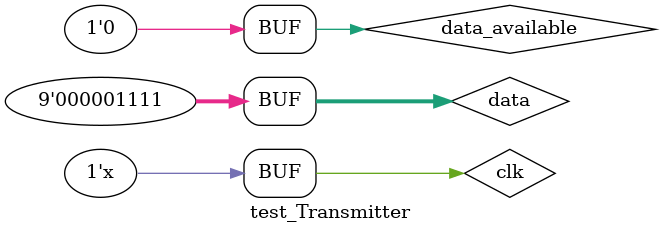
<source format=v>
`timescale 1ns / 1ps

module test_serial_transmitter ();

    reg [7:0] data;
    reg write;
    wire serial_line;

    reg clk = 0;
    always #5 clk = !clk;

    SerialTransmitter ut(
        data,
        write,
        serial_line,
        clk
    );

    initial begin
        #5;

        data <= 10;
        write <= 1;
        #10;

        data <= 20;
        write <= 1;
        #10;

        data <= 30;
        write <= 1;
        #10;

        write <= 0;
        #20;
    end
endmodule

module test_FIFO();

    reg [7:0] data_input = {0};
    reg r = 0;
    reg w = 0;
    wire [7:0] data_out;
    wire ff;
    wire ee;

    reg clk = 0;
    always #5 clk = !clk;

    FIFO ut(
        data_input,
        data_out,
        ff,
        ee,
        r,
        w,
        clk
    );

    initial begin
        #5;

        data_input <= 8'hF0;
        w <= 1;
        #20;

        data_input <= 8'h0F;
        w <= 1;
        #20;

        w <= 0;
        r <= 1;
        #20;

        #20;
    end
endmodule


module test_Controller ();

    wire data_available;
    wire [8:0]data_output;
    wire read_data;

    reg data_fetched_by_transmitter = 0;
    reg [7:0]data_input = {0};
    reg no_data = 1;

    reg clk = 0;
    always #5 clk = !clk;

    Controller ut(
        data_available,
        data_output,
        read_data,
        data_fetched_by_transmitter,
        data_input,
        no_data,
        clk
    );

    initial
    begin
        #5;
        #20;

        data_input <= 8'hF0;
        no_data <= 0;
        #20;

        no_data <= 1;
        #20;

        #100;
        data_fetched_by_transmitter <= 1;
        #20;
        data_fetched_by_transmitter <= 0;
        #20;

        #100;
        data_input <= 8'h01;
        no_data <= 0;
        #20;
        no_data <= 1;
        #20;

        #100;
        data_fetched_by_transmitter <= 1;
        #20;
        data_fetched_by_transmitter <= 0;
        #20;
    end

endmodule

module test_Transmitter();
    reg [8:0] data = 9'b0;
    reg data_available = 0;
    
    reg clk = 0;
    always #5 clk = !clk;

    wire serial_line;
    wire data_fetched;

    Transmitter
    #(
       .DataLen(8)
    )
    ut
    (
        serial_line,
        data_fetched,
        data_available,
        data,
        clk
    );

    initial
    begin
        #5;

        data <= 8'b00_1100_11;
        data_available <= 1;
        #20;

        data_available <= 0;
        #500;
        #10;

        data <= 8'h0F;
        data_available <= 1;
        #20;

        data_available <= 0;
        #10;
    end
endmodule

</source>
